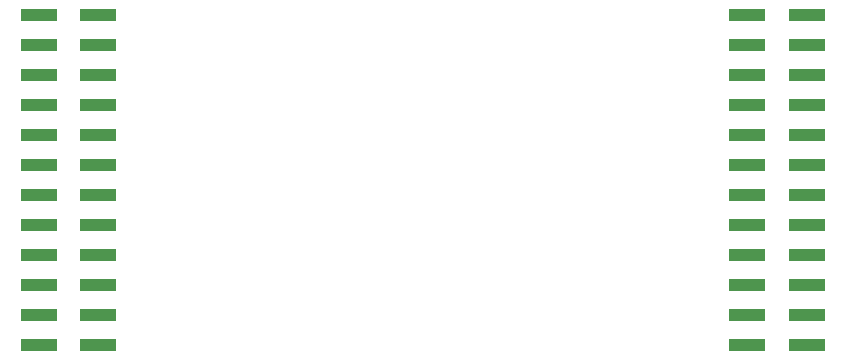
<source format=gbr>
%TF.GenerationSoftware,KiCad,Pcbnew,6.0.1*%
%TF.CreationDate,2022-02-08T14:36:27-06:00*%
%TF.ProjectId,COTS_TELEM,434f5453-5f54-4454-9c45-4d2e6b696361,rev?*%
%TF.SameCoordinates,Original*%
%TF.FileFunction,Paste,Bot*%
%TF.FilePolarity,Positive*%
%FSLAX46Y46*%
G04 Gerber Fmt 4.6, Leading zero omitted, Abs format (unit mm)*
G04 Created by KiCad (PCBNEW 6.0.1) date 2022-02-08 14:36:27*
%MOMM*%
%LPD*%
G01*
G04 APERTURE LIST*
%ADD10R,3.150000X1.000000*%
G04 APERTURE END LIST*
D10*
%TO.C,J2*%
X27475000Y-6970000D03*
X32525000Y-6970000D03*
X27475000Y-4430000D03*
X32525000Y-4430000D03*
X27475000Y-1890000D03*
X32525000Y-1890000D03*
X27475000Y650000D03*
X32525000Y650000D03*
X27475000Y3190000D03*
X32525000Y3190000D03*
X27475000Y5730000D03*
X32525000Y5730000D03*
X27475000Y8270000D03*
X32525000Y8270000D03*
X27475000Y10810000D03*
X32525000Y10810000D03*
X27475000Y13350000D03*
X32525000Y13350000D03*
X27475000Y15890000D03*
X32525000Y15890000D03*
X27475000Y18430000D03*
X32525000Y18430000D03*
X27475000Y20970000D03*
X32525000Y20970000D03*
%TD*%
%TO.C,J4*%
X-27475000Y20970000D03*
X-32525000Y20970000D03*
X-27475000Y18430000D03*
X-32525000Y18430000D03*
X-27475000Y15890000D03*
X-32525000Y15890000D03*
X-27475000Y13350000D03*
X-32525000Y13350000D03*
X-27475000Y10810000D03*
X-32525000Y10810000D03*
X-27475000Y8270000D03*
X-32525000Y8270000D03*
X-27475000Y5730000D03*
X-32525000Y5730000D03*
X-27475000Y3190000D03*
X-32525000Y3190000D03*
X-27475000Y650000D03*
X-32525000Y650000D03*
X-27475000Y-1890000D03*
X-32525000Y-1890000D03*
X-27475000Y-4430000D03*
X-32525000Y-4430000D03*
X-27475000Y-6970000D03*
X-32525000Y-6970000D03*
%TD*%
M02*

</source>
